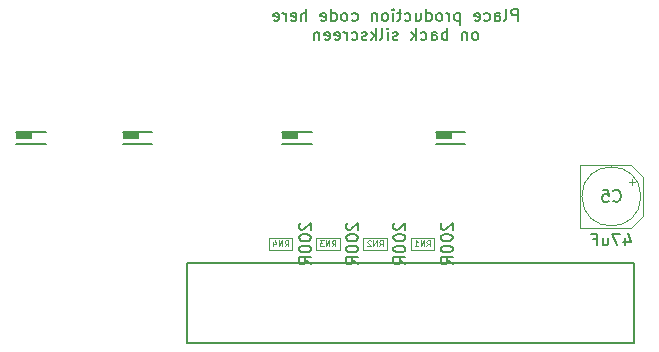
<source format=gbr>
G04 #@! TF.GenerationSoftware,KiCad,Pcbnew,6.0.7-1.fc35*
G04 #@! TF.CreationDate,2022-09-05T19:08:22-05:00*
G04 #@! TF.ProjectId,rpi-adapter,7270692d-6164-4617-9074-65722e6b6963,rev?*
G04 #@! TF.SameCoordinates,Original*
G04 #@! TF.FileFunction,AssemblyDrawing,Bot*
%FSLAX46Y46*%
G04 Gerber Fmt 4.6, Leading zero omitted, Abs format (unit mm)*
G04 Created by KiCad (PCBNEW 6.0.7-1.fc35) date 2022-09-05 19:08:22*
%MOMM*%
%LPD*%
G01*
G04 APERTURE LIST*
%ADD10C,0.150000*%
%ADD11C,0.075000*%
%ADD12C,0.127000*%
%ADD13C,0.010000*%
%ADD14C,0.100000*%
G04 APERTURE END LIST*
D10*
X131583333Y-69647380D02*
X131583333Y-68647380D01*
X131202380Y-68647380D01*
X131107142Y-68695000D01*
X131059523Y-68742619D01*
X131011904Y-68837857D01*
X131011904Y-68980714D01*
X131059523Y-69075952D01*
X131107142Y-69123571D01*
X131202380Y-69171190D01*
X131583333Y-69171190D01*
X130440476Y-69647380D02*
X130535714Y-69599761D01*
X130583333Y-69504523D01*
X130583333Y-68647380D01*
X129630952Y-69647380D02*
X129630952Y-69123571D01*
X129678571Y-69028333D01*
X129773809Y-68980714D01*
X129964285Y-68980714D01*
X130059523Y-69028333D01*
X129630952Y-69599761D02*
X129726190Y-69647380D01*
X129964285Y-69647380D01*
X130059523Y-69599761D01*
X130107142Y-69504523D01*
X130107142Y-69409285D01*
X130059523Y-69314047D01*
X129964285Y-69266428D01*
X129726190Y-69266428D01*
X129630952Y-69218809D01*
X128726190Y-69599761D02*
X128821428Y-69647380D01*
X129011904Y-69647380D01*
X129107142Y-69599761D01*
X129154761Y-69552142D01*
X129202380Y-69456904D01*
X129202380Y-69171190D01*
X129154761Y-69075952D01*
X129107142Y-69028333D01*
X129011904Y-68980714D01*
X128821428Y-68980714D01*
X128726190Y-69028333D01*
X127916666Y-69599761D02*
X128011904Y-69647380D01*
X128202380Y-69647380D01*
X128297619Y-69599761D01*
X128345238Y-69504523D01*
X128345238Y-69123571D01*
X128297619Y-69028333D01*
X128202380Y-68980714D01*
X128011904Y-68980714D01*
X127916666Y-69028333D01*
X127869047Y-69123571D01*
X127869047Y-69218809D01*
X128345238Y-69314047D01*
X126678571Y-68980714D02*
X126678571Y-69980714D01*
X126678571Y-69028333D02*
X126583333Y-68980714D01*
X126392857Y-68980714D01*
X126297619Y-69028333D01*
X126250000Y-69075952D01*
X126202380Y-69171190D01*
X126202380Y-69456904D01*
X126250000Y-69552142D01*
X126297619Y-69599761D01*
X126392857Y-69647380D01*
X126583333Y-69647380D01*
X126678571Y-69599761D01*
X125773809Y-69647380D02*
X125773809Y-68980714D01*
X125773809Y-69171190D02*
X125726190Y-69075952D01*
X125678571Y-69028333D01*
X125583333Y-68980714D01*
X125488095Y-68980714D01*
X125011904Y-69647380D02*
X125107142Y-69599761D01*
X125154761Y-69552142D01*
X125202380Y-69456904D01*
X125202380Y-69171190D01*
X125154761Y-69075952D01*
X125107142Y-69028333D01*
X125011904Y-68980714D01*
X124869047Y-68980714D01*
X124773809Y-69028333D01*
X124726190Y-69075952D01*
X124678571Y-69171190D01*
X124678571Y-69456904D01*
X124726190Y-69552142D01*
X124773809Y-69599761D01*
X124869047Y-69647380D01*
X125011904Y-69647380D01*
X123821428Y-69647380D02*
X123821428Y-68647380D01*
X123821428Y-69599761D02*
X123916666Y-69647380D01*
X124107142Y-69647380D01*
X124202380Y-69599761D01*
X124250000Y-69552142D01*
X124297619Y-69456904D01*
X124297619Y-69171190D01*
X124250000Y-69075952D01*
X124202380Y-69028333D01*
X124107142Y-68980714D01*
X123916666Y-68980714D01*
X123821428Y-69028333D01*
X122916666Y-68980714D02*
X122916666Y-69647380D01*
X123345238Y-68980714D02*
X123345238Y-69504523D01*
X123297619Y-69599761D01*
X123202380Y-69647380D01*
X123059523Y-69647380D01*
X122964285Y-69599761D01*
X122916666Y-69552142D01*
X122011904Y-69599761D02*
X122107142Y-69647380D01*
X122297619Y-69647380D01*
X122392857Y-69599761D01*
X122440476Y-69552142D01*
X122488095Y-69456904D01*
X122488095Y-69171190D01*
X122440476Y-69075952D01*
X122392857Y-69028333D01*
X122297619Y-68980714D01*
X122107142Y-68980714D01*
X122011904Y-69028333D01*
X121726190Y-68980714D02*
X121345238Y-68980714D01*
X121583333Y-68647380D02*
X121583333Y-69504523D01*
X121535714Y-69599761D01*
X121440476Y-69647380D01*
X121345238Y-69647380D01*
X121011904Y-69647380D02*
X121011904Y-68980714D01*
X121011904Y-68647380D02*
X121059523Y-68695000D01*
X121011904Y-68742619D01*
X120964285Y-68695000D01*
X121011904Y-68647380D01*
X121011904Y-68742619D01*
X120392857Y-69647380D02*
X120488095Y-69599761D01*
X120535714Y-69552142D01*
X120583333Y-69456904D01*
X120583333Y-69171190D01*
X120535714Y-69075952D01*
X120488095Y-69028333D01*
X120392857Y-68980714D01*
X120250000Y-68980714D01*
X120154761Y-69028333D01*
X120107142Y-69075952D01*
X120059523Y-69171190D01*
X120059523Y-69456904D01*
X120107142Y-69552142D01*
X120154761Y-69599761D01*
X120250000Y-69647380D01*
X120392857Y-69647380D01*
X119630952Y-68980714D02*
X119630952Y-69647380D01*
X119630952Y-69075952D02*
X119583333Y-69028333D01*
X119488095Y-68980714D01*
X119345238Y-68980714D01*
X119250000Y-69028333D01*
X119202380Y-69123571D01*
X119202380Y-69647380D01*
X117535714Y-69599761D02*
X117630952Y-69647380D01*
X117821428Y-69647380D01*
X117916666Y-69599761D01*
X117964285Y-69552142D01*
X118011904Y-69456904D01*
X118011904Y-69171190D01*
X117964285Y-69075952D01*
X117916666Y-69028333D01*
X117821428Y-68980714D01*
X117630952Y-68980714D01*
X117535714Y-69028333D01*
X116964285Y-69647380D02*
X117059523Y-69599761D01*
X117107142Y-69552142D01*
X117154761Y-69456904D01*
X117154761Y-69171190D01*
X117107142Y-69075952D01*
X117059523Y-69028333D01*
X116964285Y-68980714D01*
X116821428Y-68980714D01*
X116726190Y-69028333D01*
X116678571Y-69075952D01*
X116630952Y-69171190D01*
X116630952Y-69456904D01*
X116678571Y-69552142D01*
X116726190Y-69599761D01*
X116821428Y-69647380D01*
X116964285Y-69647380D01*
X115773809Y-69647380D02*
X115773809Y-68647380D01*
X115773809Y-69599761D02*
X115869047Y-69647380D01*
X116059523Y-69647380D01*
X116154761Y-69599761D01*
X116202380Y-69552142D01*
X116250000Y-69456904D01*
X116250000Y-69171190D01*
X116202380Y-69075952D01*
X116154761Y-69028333D01*
X116059523Y-68980714D01*
X115869047Y-68980714D01*
X115773809Y-69028333D01*
X114916666Y-69599761D02*
X115011904Y-69647380D01*
X115202380Y-69647380D01*
X115297619Y-69599761D01*
X115345238Y-69504523D01*
X115345238Y-69123571D01*
X115297619Y-69028333D01*
X115202380Y-68980714D01*
X115011904Y-68980714D01*
X114916666Y-69028333D01*
X114869047Y-69123571D01*
X114869047Y-69218809D01*
X115345238Y-69314047D01*
X113678571Y-69647380D02*
X113678571Y-68647380D01*
X113250000Y-69647380D02*
X113250000Y-69123571D01*
X113297619Y-69028333D01*
X113392857Y-68980714D01*
X113535714Y-68980714D01*
X113630952Y-69028333D01*
X113678571Y-69075952D01*
X112392857Y-69599761D02*
X112488095Y-69647380D01*
X112678571Y-69647380D01*
X112773809Y-69599761D01*
X112821428Y-69504523D01*
X112821428Y-69123571D01*
X112773809Y-69028333D01*
X112678571Y-68980714D01*
X112488095Y-68980714D01*
X112392857Y-69028333D01*
X112345238Y-69123571D01*
X112345238Y-69218809D01*
X112821428Y-69314047D01*
X111916666Y-69647380D02*
X111916666Y-68980714D01*
X111916666Y-69171190D02*
X111869047Y-69075952D01*
X111821428Y-69028333D01*
X111726190Y-68980714D01*
X111630952Y-68980714D01*
X110916666Y-69599761D02*
X111011904Y-69647380D01*
X111202380Y-69647380D01*
X111297619Y-69599761D01*
X111345238Y-69504523D01*
X111345238Y-69123571D01*
X111297619Y-69028333D01*
X111202380Y-68980714D01*
X111011904Y-68980714D01*
X110916666Y-69028333D01*
X110869047Y-69123571D01*
X110869047Y-69218809D01*
X111345238Y-69314047D01*
X128035714Y-71257380D02*
X128130952Y-71209761D01*
X128178571Y-71162142D01*
X128226190Y-71066904D01*
X128226190Y-70781190D01*
X128178571Y-70685952D01*
X128130952Y-70638333D01*
X128035714Y-70590714D01*
X127892857Y-70590714D01*
X127797619Y-70638333D01*
X127750000Y-70685952D01*
X127702380Y-70781190D01*
X127702380Y-71066904D01*
X127750000Y-71162142D01*
X127797619Y-71209761D01*
X127892857Y-71257380D01*
X128035714Y-71257380D01*
X127273809Y-70590714D02*
X127273809Y-71257380D01*
X127273809Y-70685952D02*
X127226190Y-70638333D01*
X127130952Y-70590714D01*
X126988095Y-70590714D01*
X126892857Y-70638333D01*
X126845238Y-70733571D01*
X126845238Y-71257380D01*
X125607142Y-71257380D02*
X125607142Y-70257380D01*
X125607142Y-70638333D02*
X125511904Y-70590714D01*
X125321428Y-70590714D01*
X125226190Y-70638333D01*
X125178571Y-70685952D01*
X125130952Y-70781190D01*
X125130952Y-71066904D01*
X125178571Y-71162142D01*
X125226190Y-71209761D01*
X125321428Y-71257380D01*
X125511904Y-71257380D01*
X125607142Y-71209761D01*
X124273809Y-71257380D02*
X124273809Y-70733571D01*
X124321428Y-70638333D01*
X124416666Y-70590714D01*
X124607142Y-70590714D01*
X124702380Y-70638333D01*
X124273809Y-71209761D02*
X124369047Y-71257380D01*
X124607142Y-71257380D01*
X124702380Y-71209761D01*
X124750000Y-71114523D01*
X124750000Y-71019285D01*
X124702380Y-70924047D01*
X124607142Y-70876428D01*
X124369047Y-70876428D01*
X124273809Y-70828809D01*
X123369047Y-71209761D02*
X123464285Y-71257380D01*
X123654761Y-71257380D01*
X123750000Y-71209761D01*
X123797619Y-71162142D01*
X123845238Y-71066904D01*
X123845238Y-70781190D01*
X123797619Y-70685952D01*
X123750000Y-70638333D01*
X123654761Y-70590714D01*
X123464285Y-70590714D01*
X123369047Y-70638333D01*
X122940476Y-71257380D02*
X122940476Y-70257380D01*
X122845238Y-70876428D02*
X122559523Y-71257380D01*
X122559523Y-70590714D02*
X122940476Y-70971666D01*
X121416666Y-71209761D02*
X121321428Y-71257380D01*
X121130952Y-71257380D01*
X121035714Y-71209761D01*
X120988095Y-71114523D01*
X120988095Y-71066904D01*
X121035714Y-70971666D01*
X121130952Y-70924047D01*
X121273809Y-70924047D01*
X121369047Y-70876428D01*
X121416666Y-70781190D01*
X121416666Y-70733571D01*
X121369047Y-70638333D01*
X121273809Y-70590714D01*
X121130952Y-70590714D01*
X121035714Y-70638333D01*
X120559523Y-71257380D02*
X120559523Y-70590714D01*
X120559523Y-70257380D02*
X120607142Y-70305000D01*
X120559523Y-70352619D01*
X120511904Y-70305000D01*
X120559523Y-70257380D01*
X120559523Y-70352619D01*
X119940476Y-71257380D02*
X120035714Y-71209761D01*
X120083333Y-71114523D01*
X120083333Y-70257380D01*
X119559523Y-71257380D02*
X119559523Y-70257380D01*
X119464285Y-70876428D02*
X119178571Y-71257380D01*
X119178571Y-70590714D02*
X119559523Y-70971666D01*
X118797619Y-71209761D02*
X118702380Y-71257380D01*
X118511904Y-71257380D01*
X118416666Y-71209761D01*
X118369047Y-71114523D01*
X118369047Y-71066904D01*
X118416666Y-70971666D01*
X118511904Y-70924047D01*
X118654761Y-70924047D01*
X118750000Y-70876428D01*
X118797619Y-70781190D01*
X118797619Y-70733571D01*
X118750000Y-70638333D01*
X118654761Y-70590714D01*
X118511904Y-70590714D01*
X118416666Y-70638333D01*
X117511904Y-71209761D02*
X117607142Y-71257380D01*
X117797619Y-71257380D01*
X117892857Y-71209761D01*
X117940476Y-71162142D01*
X117988095Y-71066904D01*
X117988095Y-70781190D01*
X117940476Y-70685952D01*
X117892857Y-70638333D01*
X117797619Y-70590714D01*
X117607142Y-70590714D01*
X117511904Y-70638333D01*
X117083333Y-71257380D02*
X117083333Y-70590714D01*
X117083333Y-70781190D02*
X117035714Y-70685952D01*
X116988095Y-70638333D01*
X116892857Y-70590714D01*
X116797619Y-70590714D01*
X116083333Y-71209761D02*
X116178571Y-71257380D01*
X116369047Y-71257380D01*
X116464285Y-71209761D01*
X116511904Y-71114523D01*
X116511904Y-70733571D01*
X116464285Y-70638333D01*
X116369047Y-70590714D01*
X116178571Y-70590714D01*
X116083333Y-70638333D01*
X116035714Y-70733571D01*
X116035714Y-70828809D01*
X116511904Y-70924047D01*
X115226190Y-71209761D02*
X115321428Y-71257380D01*
X115511904Y-71257380D01*
X115607142Y-71209761D01*
X115654761Y-71114523D01*
X115654761Y-70733571D01*
X115607142Y-70638333D01*
X115511904Y-70590714D01*
X115321428Y-70590714D01*
X115226190Y-70638333D01*
X115178571Y-70733571D01*
X115178571Y-70828809D01*
X115654761Y-70924047D01*
X114750000Y-70590714D02*
X114750000Y-71257380D01*
X114750000Y-70685952D02*
X114702380Y-70638333D01*
X114607142Y-70590714D01*
X114464285Y-70590714D01*
X114369047Y-70638333D01*
X114321428Y-70733571D01*
X114321428Y-71257380D01*
G04 #@! TO.C,RN3*
X117147619Y-86761904D02*
X117100000Y-86809523D01*
X117052380Y-86904761D01*
X117052380Y-87142857D01*
X117100000Y-87238095D01*
X117147619Y-87285714D01*
X117242857Y-87333333D01*
X117338095Y-87333333D01*
X117480952Y-87285714D01*
X118052380Y-86714285D01*
X118052380Y-87333333D01*
X117052380Y-87952380D02*
X117052380Y-88047619D01*
X117100000Y-88142857D01*
X117147619Y-88190476D01*
X117242857Y-88238095D01*
X117433333Y-88285714D01*
X117671428Y-88285714D01*
X117861904Y-88238095D01*
X117957142Y-88190476D01*
X118004761Y-88142857D01*
X118052380Y-88047619D01*
X118052380Y-87952380D01*
X118004761Y-87857142D01*
X117957142Y-87809523D01*
X117861904Y-87761904D01*
X117671428Y-87714285D01*
X117433333Y-87714285D01*
X117242857Y-87761904D01*
X117147619Y-87809523D01*
X117100000Y-87857142D01*
X117052380Y-87952380D01*
X117052380Y-88904761D02*
X117052380Y-89000000D01*
X117100000Y-89095238D01*
X117147619Y-89142857D01*
X117242857Y-89190476D01*
X117433333Y-89238095D01*
X117671428Y-89238095D01*
X117861904Y-89190476D01*
X117957142Y-89142857D01*
X118004761Y-89095238D01*
X118052380Y-89000000D01*
X118052380Y-88904761D01*
X118004761Y-88809523D01*
X117957142Y-88761904D01*
X117861904Y-88714285D01*
X117671428Y-88666666D01*
X117433333Y-88666666D01*
X117242857Y-88714285D01*
X117147619Y-88761904D01*
X117100000Y-88809523D01*
X117052380Y-88904761D01*
X118052380Y-90238095D02*
X117576190Y-89904761D01*
X118052380Y-89666666D02*
X117052380Y-89666666D01*
X117052380Y-90047619D01*
X117100000Y-90142857D01*
X117147619Y-90190476D01*
X117242857Y-90238095D01*
X117385714Y-90238095D01*
X117480952Y-90190476D01*
X117528571Y-90142857D01*
X117576190Y-90047619D01*
X117576190Y-89666666D01*
D11*
X115845238Y-88726190D02*
X116011904Y-88488095D01*
X116130952Y-88726190D02*
X116130952Y-88226190D01*
X115940476Y-88226190D01*
X115892857Y-88250000D01*
X115869047Y-88273809D01*
X115845238Y-88321428D01*
X115845238Y-88392857D01*
X115869047Y-88440476D01*
X115892857Y-88464285D01*
X115940476Y-88488095D01*
X116130952Y-88488095D01*
X115630952Y-88726190D02*
X115630952Y-88226190D01*
X115345238Y-88726190D01*
X115345238Y-88226190D01*
X115154761Y-88226190D02*
X114845238Y-88226190D01*
X115011904Y-88416666D01*
X114940476Y-88416666D01*
X114892857Y-88440476D01*
X114869047Y-88464285D01*
X114845238Y-88511904D01*
X114845238Y-88630952D01*
X114869047Y-88678571D01*
X114892857Y-88702380D01*
X114940476Y-88726190D01*
X115083333Y-88726190D01*
X115130952Y-88702380D01*
X115154761Y-88678571D01*
D10*
G04 #@! TO.C,RN4*
X113147619Y-86761904D02*
X113100000Y-86809523D01*
X113052380Y-86904761D01*
X113052380Y-87142857D01*
X113100000Y-87238095D01*
X113147619Y-87285714D01*
X113242857Y-87333333D01*
X113338095Y-87333333D01*
X113480952Y-87285714D01*
X114052380Y-86714285D01*
X114052380Y-87333333D01*
X113052380Y-87952380D02*
X113052380Y-88047619D01*
X113100000Y-88142857D01*
X113147619Y-88190476D01*
X113242857Y-88238095D01*
X113433333Y-88285714D01*
X113671428Y-88285714D01*
X113861904Y-88238095D01*
X113957142Y-88190476D01*
X114004761Y-88142857D01*
X114052380Y-88047619D01*
X114052380Y-87952380D01*
X114004761Y-87857142D01*
X113957142Y-87809523D01*
X113861904Y-87761904D01*
X113671428Y-87714285D01*
X113433333Y-87714285D01*
X113242857Y-87761904D01*
X113147619Y-87809523D01*
X113100000Y-87857142D01*
X113052380Y-87952380D01*
X113052380Y-88904761D02*
X113052380Y-89000000D01*
X113100000Y-89095238D01*
X113147619Y-89142857D01*
X113242857Y-89190476D01*
X113433333Y-89238095D01*
X113671428Y-89238095D01*
X113861904Y-89190476D01*
X113957142Y-89142857D01*
X114004761Y-89095238D01*
X114052380Y-89000000D01*
X114052380Y-88904761D01*
X114004761Y-88809523D01*
X113957142Y-88761904D01*
X113861904Y-88714285D01*
X113671428Y-88666666D01*
X113433333Y-88666666D01*
X113242857Y-88714285D01*
X113147619Y-88761904D01*
X113100000Y-88809523D01*
X113052380Y-88904761D01*
X114052380Y-90238095D02*
X113576190Y-89904761D01*
X114052380Y-89666666D02*
X113052380Y-89666666D01*
X113052380Y-90047619D01*
X113100000Y-90142857D01*
X113147619Y-90190476D01*
X113242857Y-90238095D01*
X113385714Y-90238095D01*
X113480952Y-90190476D01*
X113528571Y-90142857D01*
X113576190Y-90047619D01*
X113576190Y-89666666D01*
D11*
X111845238Y-88726190D02*
X112011904Y-88488095D01*
X112130952Y-88726190D02*
X112130952Y-88226190D01*
X111940476Y-88226190D01*
X111892857Y-88250000D01*
X111869047Y-88273809D01*
X111845238Y-88321428D01*
X111845238Y-88392857D01*
X111869047Y-88440476D01*
X111892857Y-88464285D01*
X111940476Y-88488095D01*
X112130952Y-88488095D01*
X111630952Y-88726190D02*
X111630952Y-88226190D01*
X111345238Y-88726190D01*
X111345238Y-88226190D01*
X110892857Y-88392857D02*
X110892857Y-88726190D01*
X111011904Y-88202380D02*
X111130952Y-88559523D01*
X110821428Y-88559523D01*
D10*
G04 #@! TO.C,C5*
X140666666Y-87985714D02*
X140666666Y-88652380D01*
X140904761Y-87604761D02*
X141142857Y-88319047D01*
X140523809Y-88319047D01*
X140238095Y-87652380D02*
X139571428Y-87652380D01*
X140000000Y-88652380D01*
X138761904Y-87985714D02*
X138761904Y-88652380D01*
X139190476Y-87985714D02*
X139190476Y-88509523D01*
X139142857Y-88604761D01*
X139047619Y-88652380D01*
X138904761Y-88652380D01*
X138809523Y-88604761D01*
X138761904Y-88557142D01*
X137952380Y-88128571D02*
X138285714Y-88128571D01*
X138285714Y-88652380D02*
X138285714Y-87652380D01*
X137809523Y-87652380D01*
X139666666Y-84857142D02*
X139714285Y-84904761D01*
X139857142Y-84952380D01*
X139952380Y-84952380D01*
X140095238Y-84904761D01*
X140190476Y-84809523D01*
X140238095Y-84714285D01*
X140285714Y-84523809D01*
X140285714Y-84380952D01*
X140238095Y-84190476D01*
X140190476Y-84095238D01*
X140095238Y-84000000D01*
X139952380Y-83952380D01*
X139857142Y-83952380D01*
X139714285Y-84000000D01*
X139666666Y-84047619D01*
X138761904Y-83952380D02*
X139238095Y-83952380D01*
X139285714Y-84428571D01*
X139238095Y-84380952D01*
X139142857Y-84333333D01*
X138904761Y-84333333D01*
X138809523Y-84380952D01*
X138761904Y-84428571D01*
X138714285Y-84523809D01*
X138714285Y-84761904D01*
X138761904Y-84857142D01*
X138809523Y-84904761D01*
X138904761Y-84952380D01*
X139142857Y-84952380D01*
X139238095Y-84904761D01*
X139285714Y-84857142D01*
G04 #@! TO.C,RN1*
X125147619Y-86761904D02*
X125100000Y-86809523D01*
X125052380Y-86904761D01*
X125052380Y-87142857D01*
X125100000Y-87238095D01*
X125147619Y-87285714D01*
X125242857Y-87333333D01*
X125338095Y-87333333D01*
X125480952Y-87285714D01*
X126052380Y-86714285D01*
X126052380Y-87333333D01*
X125052380Y-87952380D02*
X125052380Y-88047619D01*
X125100000Y-88142857D01*
X125147619Y-88190476D01*
X125242857Y-88238095D01*
X125433333Y-88285714D01*
X125671428Y-88285714D01*
X125861904Y-88238095D01*
X125957142Y-88190476D01*
X126004761Y-88142857D01*
X126052380Y-88047619D01*
X126052380Y-87952380D01*
X126004761Y-87857142D01*
X125957142Y-87809523D01*
X125861904Y-87761904D01*
X125671428Y-87714285D01*
X125433333Y-87714285D01*
X125242857Y-87761904D01*
X125147619Y-87809523D01*
X125100000Y-87857142D01*
X125052380Y-87952380D01*
X125052380Y-88904761D02*
X125052380Y-89000000D01*
X125100000Y-89095238D01*
X125147619Y-89142857D01*
X125242857Y-89190476D01*
X125433333Y-89238095D01*
X125671428Y-89238095D01*
X125861904Y-89190476D01*
X125957142Y-89142857D01*
X126004761Y-89095238D01*
X126052380Y-89000000D01*
X126052380Y-88904761D01*
X126004761Y-88809523D01*
X125957142Y-88761904D01*
X125861904Y-88714285D01*
X125671428Y-88666666D01*
X125433333Y-88666666D01*
X125242857Y-88714285D01*
X125147619Y-88761904D01*
X125100000Y-88809523D01*
X125052380Y-88904761D01*
X126052380Y-90238095D02*
X125576190Y-89904761D01*
X126052380Y-89666666D02*
X125052380Y-89666666D01*
X125052380Y-90047619D01*
X125100000Y-90142857D01*
X125147619Y-90190476D01*
X125242857Y-90238095D01*
X125385714Y-90238095D01*
X125480952Y-90190476D01*
X125528571Y-90142857D01*
X125576190Y-90047619D01*
X125576190Y-89666666D01*
D11*
X123845238Y-88726190D02*
X124011904Y-88488095D01*
X124130952Y-88726190D02*
X124130952Y-88226190D01*
X123940476Y-88226190D01*
X123892857Y-88250000D01*
X123869047Y-88273809D01*
X123845238Y-88321428D01*
X123845238Y-88392857D01*
X123869047Y-88440476D01*
X123892857Y-88464285D01*
X123940476Y-88488095D01*
X124130952Y-88488095D01*
X123630952Y-88726190D02*
X123630952Y-88226190D01*
X123345238Y-88726190D01*
X123345238Y-88226190D01*
X122845238Y-88726190D02*
X123130952Y-88726190D01*
X122988095Y-88726190D02*
X122988095Y-88226190D01*
X123035714Y-88297619D01*
X123083333Y-88345238D01*
X123130952Y-88369047D01*
D10*
G04 #@! TO.C,RN2*
X121147619Y-86761904D02*
X121100000Y-86809523D01*
X121052380Y-86904761D01*
X121052380Y-87142857D01*
X121100000Y-87238095D01*
X121147619Y-87285714D01*
X121242857Y-87333333D01*
X121338095Y-87333333D01*
X121480952Y-87285714D01*
X122052380Y-86714285D01*
X122052380Y-87333333D01*
X121052380Y-87952380D02*
X121052380Y-88047619D01*
X121100000Y-88142857D01*
X121147619Y-88190476D01*
X121242857Y-88238095D01*
X121433333Y-88285714D01*
X121671428Y-88285714D01*
X121861904Y-88238095D01*
X121957142Y-88190476D01*
X122004761Y-88142857D01*
X122052380Y-88047619D01*
X122052380Y-87952380D01*
X122004761Y-87857142D01*
X121957142Y-87809523D01*
X121861904Y-87761904D01*
X121671428Y-87714285D01*
X121433333Y-87714285D01*
X121242857Y-87761904D01*
X121147619Y-87809523D01*
X121100000Y-87857142D01*
X121052380Y-87952380D01*
X121052380Y-88904761D02*
X121052380Y-89000000D01*
X121100000Y-89095238D01*
X121147619Y-89142857D01*
X121242857Y-89190476D01*
X121433333Y-89238095D01*
X121671428Y-89238095D01*
X121861904Y-89190476D01*
X121957142Y-89142857D01*
X122004761Y-89095238D01*
X122052380Y-89000000D01*
X122052380Y-88904761D01*
X122004761Y-88809523D01*
X121957142Y-88761904D01*
X121861904Y-88714285D01*
X121671428Y-88666666D01*
X121433333Y-88666666D01*
X121242857Y-88714285D01*
X121147619Y-88761904D01*
X121100000Y-88809523D01*
X121052380Y-88904761D01*
X122052380Y-90238095D02*
X121576190Y-89904761D01*
X122052380Y-89666666D02*
X121052380Y-89666666D01*
X121052380Y-90047619D01*
X121100000Y-90142857D01*
X121147619Y-90190476D01*
X121242857Y-90238095D01*
X121385714Y-90238095D01*
X121480952Y-90190476D01*
X121528571Y-90142857D01*
X121576190Y-90047619D01*
X121576190Y-89666666D01*
D11*
X119845238Y-88726190D02*
X120011904Y-88488095D01*
X120130952Y-88726190D02*
X120130952Y-88226190D01*
X119940476Y-88226190D01*
X119892857Y-88250000D01*
X119869047Y-88273809D01*
X119845238Y-88321428D01*
X119845238Y-88392857D01*
X119869047Y-88440476D01*
X119892857Y-88464285D01*
X119940476Y-88488095D01*
X120130952Y-88488095D01*
X119630952Y-88726190D02*
X119630952Y-88226190D01*
X119345238Y-88726190D01*
X119345238Y-88226190D01*
X119130952Y-88273809D02*
X119107142Y-88250000D01*
X119059523Y-88226190D01*
X118940476Y-88226190D01*
X118892857Y-88250000D01*
X118869047Y-88273809D01*
X118845238Y-88321428D01*
X118845238Y-88369047D01*
X118869047Y-88440476D01*
X119154761Y-88726190D01*
X118845238Y-88726190D01*
D12*
G04 #@! TO.C,D3*
X100630000Y-79040000D02*
X98130000Y-79040000D01*
X98130000Y-80040000D02*
X100630000Y-80040000D01*
G36*
X99380000Y-79540000D02*
G01*
X98130000Y-79540000D01*
X98130000Y-79040000D01*
X99380000Y-79040000D01*
X99380000Y-79540000D01*
G37*
D13*
X99380000Y-79540000D02*
X98130000Y-79540000D01*
X98130000Y-79040000D01*
X99380000Y-79040000D01*
X99380000Y-79540000D01*
D14*
G04 #@! TO.C,RN3*
X116500000Y-89000000D02*
X116500000Y-88000000D01*
X114500000Y-89000000D02*
X116500000Y-89000000D01*
X114500000Y-88000000D02*
X114500000Y-89000000D01*
X116500000Y-88000000D02*
X114500000Y-88000000D01*
D12*
G04 #@! TO.C,D2*
X111630000Y-80040000D02*
X114130000Y-80040000D01*
X114130000Y-79040000D02*
X111630000Y-79040000D01*
G36*
X112880000Y-79540000D02*
G01*
X111630000Y-79540000D01*
X111630000Y-79040000D01*
X112880000Y-79040000D01*
X112880000Y-79540000D01*
G37*
D13*
X112880000Y-79540000D02*
X111630000Y-79540000D01*
X111630000Y-79040000D01*
X112880000Y-79040000D01*
X112880000Y-79540000D01*
D14*
G04 #@! TO.C,RN4*
X110500000Y-88000000D02*
X110500000Y-89000000D01*
X112500000Y-88000000D02*
X110500000Y-88000000D01*
X110500000Y-89000000D02*
X112500000Y-89000000D01*
X112500000Y-89000000D02*
X112500000Y-88000000D01*
D12*
G04 #@! TO.C,D1*
X124630000Y-80040000D02*
X127130000Y-80040000D01*
X127130000Y-79040000D02*
X124630000Y-79040000D01*
G36*
X125880000Y-79540000D02*
G01*
X124630000Y-79540000D01*
X124630000Y-79040000D01*
X125880000Y-79040000D01*
X125880000Y-79540000D01*
G37*
D13*
X125880000Y-79540000D02*
X124630000Y-79540000D01*
X124630000Y-79040000D01*
X125880000Y-79040000D01*
X125880000Y-79540000D01*
D12*
G04 #@! TO.C,D4*
X89130000Y-80040000D02*
X91630000Y-80040000D01*
X91630000Y-79040000D02*
X89130000Y-79040000D01*
G36*
X90380000Y-79540000D02*
G01*
X89130000Y-79540000D01*
X89130000Y-79040000D01*
X90380000Y-79040000D01*
X90380000Y-79540000D01*
G37*
D13*
X90380000Y-79540000D02*
X89130000Y-79540000D01*
X89130000Y-79040000D01*
X90380000Y-79040000D01*
X90380000Y-79540000D01*
D12*
G04 #@! TO.C,J5*
X141400000Y-90100000D02*
X103600000Y-90100000D01*
X103600000Y-90100000D02*
X103600000Y-96900000D01*
X141400000Y-96900000D02*
X141400000Y-90100000D01*
X103600000Y-96900000D02*
X141400000Y-96900000D01*
D14*
G04 #@! TO.C,C5*
X141150000Y-81850000D02*
X136850000Y-81850000D01*
X141150000Y-87150000D02*
X136850000Y-87150000D01*
X141283956Y-83050000D02*
X141283956Y-83550000D01*
X136850000Y-81850000D02*
X136850000Y-87150000D01*
X142150000Y-82850000D02*
X141150000Y-81850000D01*
X142150000Y-82850000D02*
X142150000Y-86150000D01*
X142150000Y-86150000D02*
X141150000Y-87150000D01*
X141533956Y-83300000D02*
X141033956Y-83300000D01*
X142000000Y-84500000D02*
G75*
G03*
X142000000Y-84500000I-2500000J0D01*
G01*
G04 #@! TO.C,RN1*
X122500000Y-88000000D02*
X122500000Y-89000000D01*
X124500000Y-88000000D02*
X122500000Y-88000000D01*
X122500000Y-89000000D02*
X124500000Y-89000000D01*
X124500000Y-89000000D02*
X124500000Y-88000000D01*
G04 #@! TO.C,RN2*
X118500000Y-89000000D02*
X120500000Y-89000000D01*
X118500000Y-88000000D02*
X118500000Y-89000000D01*
X120500000Y-89000000D02*
X120500000Y-88000000D01*
X120500000Y-88000000D02*
X118500000Y-88000000D01*
G04 #@! TD*
M02*

</source>
